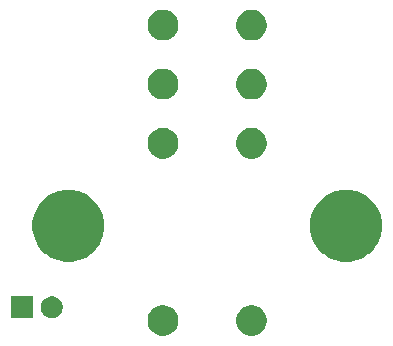
<source format=gbr>
%TF.GenerationSoftware,KiCad,Pcbnew,(5.1.4)-1*%
%TF.CreationDate,2020-02-28T23:00:37+08:00*%
%TF.ProjectId,Relay,52656c61-792e-46b6-9963-61645f706362,rev?*%
%TF.SameCoordinates,Original*%
%TF.FileFunction,Soldermask,Bot*%
%TF.FilePolarity,Negative*%
%FSLAX46Y46*%
G04 Gerber Fmt 4.6, Leading zero omitted, Abs format (unit mm)*
G04 Created by KiCad (PCBNEW (5.1.4)-1) date 2020-02-28 23:00:37*
%MOMM*%
%LPD*%
G04 APERTURE LIST*
%ADD10C,0.350000*%
G04 APERTURE END LIST*
D10*
G36*
X80379487Y-67748996D02*
G01*
X80616253Y-67847068D01*
X80616255Y-67847069D01*
X80829339Y-67989447D01*
X81010553Y-68170661D01*
X81152932Y-68383747D01*
X81251004Y-68620513D01*
X81301000Y-68871861D01*
X81301000Y-69128139D01*
X81251004Y-69379487D01*
X81152932Y-69616253D01*
X81152931Y-69616255D01*
X81010553Y-69829339D01*
X80829339Y-70010553D01*
X80616255Y-70152931D01*
X80616254Y-70152932D01*
X80616253Y-70152932D01*
X80379487Y-70251004D01*
X80128139Y-70301000D01*
X79871861Y-70301000D01*
X79620513Y-70251004D01*
X79383747Y-70152932D01*
X79383746Y-70152932D01*
X79383745Y-70152931D01*
X79170661Y-70010553D01*
X78989447Y-69829339D01*
X78847069Y-69616255D01*
X78847068Y-69616253D01*
X78748996Y-69379487D01*
X78699000Y-69128139D01*
X78699000Y-68871861D01*
X78748996Y-68620513D01*
X78847068Y-68383747D01*
X78989447Y-68170661D01*
X79170661Y-67989447D01*
X79383745Y-67847069D01*
X79383747Y-67847068D01*
X79620513Y-67748996D01*
X79871861Y-67699000D01*
X80128139Y-67699000D01*
X80379487Y-67748996D01*
X80379487Y-67748996D01*
G37*
G36*
X87879487Y-67748996D02*
G01*
X88116253Y-67847068D01*
X88116255Y-67847069D01*
X88329339Y-67989447D01*
X88510553Y-68170661D01*
X88652932Y-68383747D01*
X88751004Y-68620513D01*
X88801000Y-68871861D01*
X88801000Y-69128139D01*
X88751004Y-69379487D01*
X88652932Y-69616253D01*
X88652931Y-69616255D01*
X88510553Y-69829339D01*
X88329339Y-70010553D01*
X88116255Y-70152931D01*
X88116254Y-70152932D01*
X88116253Y-70152932D01*
X87879487Y-70251004D01*
X87628139Y-70301000D01*
X87371861Y-70301000D01*
X87120513Y-70251004D01*
X86883747Y-70152932D01*
X86883746Y-70152932D01*
X86883745Y-70152931D01*
X86670661Y-70010553D01*
X86489447Y-69829339D01*
X86347069Y-69616255D01*
X86347068Y-69616253D01*
X86248996Y-69379487D01*
X86199000Y-69128139D01*
X86199000Y-68871861D01*
X86248996Y-68620513D01*
X86347068Y-68383747D01*
X86489447Y-68170661D01*
X86670661Y-67989447D01*
X86883745Y-67847069D01*
X86883747Y-67847068D01*
X87120513Y-67748996D01*
X87371861Y-67699000D01*
X87628139Y-67699000D01*
X87879487Y-67748996D01*
X87879487Y-67748996D01*
G37*
G36*
X69026000Y-68826000D02*
G01*
X67174000Y-68826000D01*
X67174000Y-66974000D01*
X69026000Y-66974000D01*
X69026000Y-68826000D01*
X69026000Y-68826000D01*
G37*
G36*
X70870104Y-67009585D02*
G01*
X71038626Y-67079389D01*
X71190291Y-67180728D01*
X71319272Y-67309709D01*
X71420611Y-67461374D01*
X71490415Y-67629896D01*
X71526000Y-67808797D01*
X71526000Y-67991203D01*
X71490415Y-68170104D01*
X71420611Y-68338626D01*
X71319272Y-68490291D01*
X71190291Y-68619272D01*
X71038626Y-68720611D01*
X70870104Y-68790415D01*
X70691203Y-68826000D01*
X70508797Y-68826000D01*
X70329896Y-68790415D01*
X70161374Y-68720611D01*
X70009709Y-68619272D01*
X69880728Y-68490291D01*
X69779389Y-68338626D01*
X69709585Y-68170104D01*
X69674000Y-67991203D01*
X69674000Y-67808797D01*
X69709585Y-67629896D01*
X69779389Y-67461374D01*
X69880728Y-67309709D01*
X70009709Y-67180728D01*
X70161374Y-67079389D01*
X70329896Y-67009585D01*
X70508797Y-66974000D01*
X70691203Y-66974000D01*
X70870104Y-67009585D01*
X70870104Y-67009585D01*
G37*
G36*
X96389943Y-58066248D02*
G01*
X96945189Y-58296238D01*
X97117497Y-58411371D01*
X97444899Y-58630134D01*
X97869866Y-59055101D01*
X97869867Y-59055103D01*
X98203762Y-59554811D01*
X98433752Y-60110057D01*
X98551000Y-60699501D01*
X98551000Y-61300499D01*
X98433752Y-61889943D01*
X98203762Y-62445189D01*
X98141872Y-62537814D01*
X97869866Y-62944899D01*
X97444899Y-63369866D01*
X97370736Y-63419420D01*
X96945189Y-63703762D01*
X96389943Y-63933752D01*
X95800499Y-64051000D01*
X95199501Y-64051000D01*
X94610057Y-63933752D01*
X94054811Y-63703762D01*
X93629264Y-63419420D01*
X93555101Y-63369866D01*
X93130134Y-62944899D01*
X92858128Y-62537814D01*
X92796238Y-62445189D01*
X92566248Y-61889943D01*
X92449000Y-61300499D01*
X92449000Y-60699501D01*
X92566248Y-60110057D01*
X92796238Y-59554811D01*
X93130133Y-59055103D01*
X93130134Y-59055101D01*
X93555101Y-58630134D01*
X93882503Y-58411371D01*
X94054811Y-58296238D01*
X94610057Y-58066248D01*
X95199501Y-57949000D01*
X95800499Y-57949000D01*
X96389943Y-58066248D01*
X96389943Y-58066248D01*
G37*
G36*
X72889943Y-58066248D02*
G01*
X73445189Y-58296238D01*
X73617497Y-58411371D01*
X73944899Y-58630134D01*
X74369866Y-59055101D01*
X74369867Y-59055103D01*
X74703762Y-59554811D01*
X74933752Y-60110057D01*
X75051000Y-60699501D01*
X75051000Y-61300499D01*
X74933752Y-61889943D01*
X74703762Y-62445189D01*
X74641872Y-62537814D01*
X74369866Y-62944899D01*
X73944899Y-63369866D01*
X73870736Y-63419420D01*
X73445189Y-63703762D01*
X72889943Y-63933752D01*
X72300499Y-64051000D01*
X71699501Y-64051000D01*
X71110057Y-63933752D01*
X70554811Y-63703762D01*
X70129264Y-63419420D01*
X70055101Y-63369866D01*
X69630134Y-62944899D01*
X69358128Y-62537814D01*
X69296238Y-62445189D01*
X69066248Y-61889943D01*
X68949000Y-61300499D01*
X68949000Y-60699501D01*
X69066248Y-60110057D01*
X69296238Y-59554811D01*
X69630133Y-59055103D01*
X69630134Y-59055101D01*
X70055101Y-58630134D01*
X70382503Y-58411371D01*
X70554811Y-58296238D01*
X71110057Y-58066248D01*
X71699501Y-57949000D01*
X72300499Y-57949000D01*
X72889943Y-58066248D01*
X72889943Y-58066248D01*
G37*
G36*
X80379487Y-52748996D02*
G01*
X80616253Y-52847068D01*
X80616255Y-52847069D01*
X80829339Y-52989447D01*
X81010553Y-53170661D01*
X81152932Y-53383747D01*
X81251004Y-53620513D01*
X81301000Y-53871861D01*
X81301000Y-54128139D01*
X81251004Y-54379487D01*
X81152932Y-54616253D01*
X81152931Y-54616255D01*
X81010553Y-54829339D01*
X80829339Y-55010553D01*
X80616255Y-55152931D01*
X80616254Y-55152932D01*
X80616253Y-55152932D01*
X80379487Y-55251004D01*
X80128139Y-55301000D01*
X79871861Y-55301000D01*
X79620513Y-55251004D01*
X79383747Y-55152932D01*
X79383746Y-55152932D01*
X79383745Y-55152931D01*
X79170661Y-55010553D01*
X78989447Y-54829339D01*
X78847069Y-54616255D01*
X78847068Y-54616253D01*
X78748996Y-54379487D01*
X78699000Y-54128139D01*
X78699000Y-53871861D01*
X78748996Y-53620513D01*
X78847068Y-53383747D01*
X78989447Y-53170661D01*
X79170661Y-52989447D01*
X79383745Y-52847069D01*
X79383747Y-52847068D01*
X79620513Y-52748996D01*
X79871861Y-52699000D01*
X80128139Y-52699000D01*
X80379487Y-52748996D01*
X80379487Y-52748996D01*
G37*
G36*
X87879487Y-52748996D02*
G01*
X88116253Y-52847068D01*
X88116255Y-52847069D01*
X88329339Y-52989447D01*
X88510553Y-53170661D01*
X88652932Y-53383747D01*
X88751004Y-53620513D01*
X88801000Y-53871861D01*
X88801000Y-54128139D01*
X88751004Y-54379487D01*
X88652932Y-54616253D01*
X88652931Y-54616255D01*
X88510553Y-54829339D01*
X88329339Y-55010553D01*
X88116255Y-55152931D01*
X88116254Y-55152932D01*
X88116253Y-55152932D01*
X87879487Y-55251004D01*
X87628139Y-55301000D01*
X87371861Y-55301000D01*
X87120513Y-55251004D01*
X86883747Y-55152932D01*
X86883746Y-55152932D01*
X86883745Y-55152931D01*
X86670661Y-55010553D01*
X86489447Y-54829339D01*
X86347069Y-54616255D01*
X86347068Y-54616253D01*
X86248996Y-54379487D01*
X86199000Y-54128139D01*
X86199000Y-53871861D01*
X86248996Y-53620513D01*
X86347068Y-53383747D01*
X86489447Y-53170661D01*
X86670661Y-52989447D01*
X86883745Y-52847069D01*
X86883747Y-52847068D01*
X87120513Y-52748996D01*
X87371861Y-52699000D01*
X87628139Y-52699000D01*
X87879487Y-52748996D01*
X87879487Y-52748996D01*
G37*
G36*
X87879487Y-47748996D02*
G01*
X88116253Y-47847068D01*
X88116255Y-47847069D01*
X88329339Y-47989447D01*
X88510553Y-48170661D01*
X88652932Y-48383747D01*
X88751004Y-48620513D01*
X88801000Y-48871861D01*
X88801000Y-49128139D01*
X88751004Y-49379487D01*
X88652932Y-49616253D01*
X88652931Y-49616255D01*
X88510553Y-49829339D01*
X88329339Y-50010553D01*
X88116255Y-50152931D01*
X88116254Y-50152932D01*
X88116253Y-50152932D01*
X87879487Y-50251004D01*
X87628139Y-50301000D01*
X87371861Y-50301000D01*
X87120513Y-50251004D01*
X86883747Y-50152932D01*
X86883746Y-50152932D01*
X86883745Y-50152931D01*
X86670661Y-50010553D01*
X86489447Y-49829339D01*
X86347069Y-49616255D01*
X86347068Y-49616253D01*
X86248996Y-49379487D01*
X86199000Y-49128139D01*
X86199000Y-48871861D01*
X86248996Y-48620513D01*
X86347068Y-48383747D01*
X86489447Y-48170661D01*
X86670661Y-47989447D01*
X86883745Y-47847069D01*
X86883747Y-47847068D01*
X87120513Y-47748996D01*
X87371861Y-47699000D01*
X87628139Y-47699000D01*
X87879487Y-47748996D01*
X87879487Y-47748996D01*
G37*
G36*
X80379487Y-47748996D02*
G01*
X80616253Y-47847068D01*
X80616255Y-47847069D01*
X80829339Y-47989447D01*
X81010553Y-48170661D01*
X81152932Y-48383747D01*
X81251004Y-48620513D01*
X81301000Y-48871861D01*
X81301000Y-49128139D01*
X81251004Y-49379487D01*
X81152932Y-49616253D01*
X81152931Y-49616255D01*
X81010553Y-49829339D01*
X80829339Y-50010553D01*
X80616255Y-50152931D01*
X80616254Y-50152932D01*
X80616253Y-50152932D01*
X80379487Y-50251004D01*
X80128139Y-50301000D01*
X79871861Y-50301000D01*
X79620513Y-50251004D01*
X79383747Y-50152932D01*
X79383746Y-50152932D01*
X79383745Y-50152931D01*
X79170661Y-50010553D01*
X78989447Y-49829339D01*
X78847069Y-49616255D01*
X78847068Y-49616253D01*
X78748996Y-49379487D01*
X78699000Y-49128139D01*
X78699000Y-48871861D01*
X78748996Y-48620513D01*
X78847068Y-48383747D01*
X78989447Y-48170661D01*
X79170661Y-47989447D01*
X79383745Y-47847069D01*
X79383747Y-47847068D01*
X79620513Y-47748996D01*
X79871861Y-47699000D01*
X80128139Y-47699000D01*
X80379487Y-47748996D01*
X80379487Y-47748996D01*
G37*
G36*
X80379487Y-42748996D02*
G01*
X80616253Y-42847068D01*
X80616255Y-42847069D01*
X80829339Y-42989447D01*
X81010553Y-43170661D01*
X81152932Y-43383747D01*
X81251004Y-43620513D01*
X81301000Y-43871861D01*
X81301000Y-44128139D01*
X81251004Y-44379487D01*
X81152932Y-44616253D01*
X81152931Y-44616255D01*
X81010553Y-44829339D01*
X80829339Y-45010553D01*
X80616255Y-45152931D01*
X80616254Y-45152932D01*
X80616253Y-45152932D01*
X80379487Y-45251004D01*
X80128139Y-45301000D01*
X79871861Y-45301000D01*
X79620513Y-45251004D01*
X79383747Y-45152932D01*
X79383746Y-45152932D01*
X79383745Y-45152931D01*
X79170661Y-45010553D01*
X78989447Y-44829339D01*
X78847069Y-44616255D01*
X78847068Y-44616253D01*
X78748996Y-44379487D01*
X78699000Y-44128139D01*
X78699000Y-43871861D01*
X78748996Y-43620513D01*
X78847068Y-43383747D01*
X78989447Y-43170661D01*
X79170661Y-42989447D01*
X79383745Y-42847069D01*
X79383747Y-42847068D01*
X79620513Y-42748996D01*
X79871861Y-42699000D01*
X80128139Y-42699000D01*
X80379487Y-42748996D01*
X80379487Y-42748996D01*
G37*
G36*
X87879487Y-42748996D02*
G01*
X88116253Y-42847068D01*
X88116255Y-42847069D01*
X88329339Y-42989447D01*
X88510553Y-43170661D01*
X88652932Y-43383747D01*
X88751004Y-43620513D01*
X88801000Y-43871861D01*
X88801000Y-44128139D01*
X88751004Y-44379487D01*
X88652932Y-44616253D01*
X88652931Y-44616255D01*
X88510553Y-44829339D01*
X88329339Y-45010553D01*
X88116255Y-45152931D01*
X88116254Y-45152932D01*
X88116253Y-45152932D01*
X87879487Y-45251004D01*
X87628139Y-45301000D01*
X87371861Y-45301000D01*
X87120513Y-45251004D01*
X86883747Y-45152932D01*
X86883746Y-45152932D01*
X86883745Y-45152931D01*
X86670661Y-45010553D01*
X86489447Y-44829339D01*
X86347069Y-44616255D01*
X86347068Y-44616253D01*
X86248996Y-44379487D01*
X86199000Y-44128139D01*
X86199000Y-43871861D01*
X86248996Y-43620513D01*
X86347068Y-43383747D01*
X86489447Y-43170661D01*
X86670661Y-42989447D01*
X86883745Y-42847069D01*
X86883747Y-42847068D01*
X87120513Y-42748996D01*
X87371861Y-42699000D01*
X87628139Y-42699000D01*
X87879487Y-42748996D01*
X87879487Y-42748996D01*
G37*
M02*

</source>
